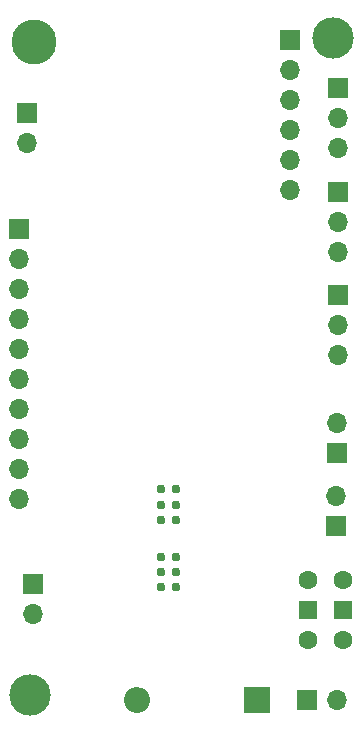
<source format=gbr>
%TF.GenerationSoftware,KiCad,Pcbnew,8.0.2-1*%
%TF.CreationDate,2025-02-04T18:40:10-06:00*%
%TF.ProjectId,ADACHI,41444143-4849-42e6-9b69-6361645f7063,rev?*%
%TF.SameCoordinates,Original*%
%TF.FileFunction,Soldermask,Bot*%
%TF.FilePolarity,Negative*%
%FSLAX46Y46*%
G04 Gerber Fmt 4.6, Leading zero omitted, Abs format (unit mm)*
G04 Created by KiCad (PCBNEW 8.0.2-1) date 2025-02-04 18:40:10*
%MOMM*%
%LPD*%
G01*
G04 APERTURE LIST*
%ADD10R,1.700000X1.700000*%
%ADD11O,1.700000X1.700000*%
%ADD12C,2.600000*%
%ADD13C,3.500000*%
%ADD14R,1.500000X1.500000*%
%ADD15C,1.600000*%
%ADD16C,3.800000*%
%ADD17C,0.770000*%
%ADD18R,2.200000X2.200000*%
%ADD19O,2.200000X2.200000*%
G04 APERTURE END LIST*
D10*
%TO.C,J2*%
X148100000Y-98420000D03*
D11*
X148100000Y-100960000D03*
X148100000Y-103500000D03*
X148100000Y-106040000D03*
X148100000Y-108580000D03*
X148100000Y-111120000D03*
%TD*%
D10*
%TO.C,xt30*%
X149525000Y-154300000D03*
D11*
X152065000Y-154300000D03*
%TD*%
D12*
%TO.C,H4*%
X126100000Y-153900000D03*
D13*
X126100000Y-153900000D03*
%TD*%
D10*
%TO.C,voltajesensores1*%
X125800000Y-104625000D03*
D11*
X125800000Y-107165000D03*
%TD*%
D10*
%TO.C,servo2*%
X152100000Y-111360000D03*
D11*
X152100000Y-113900000D03*
X152100000Y-116440000D03*
%TD*%
D10*
%TO.C,sensores1*%
X125100000Y-114480000D03*
D11*
X125100000Y-117020000D03*
X125100000Y-119560000D03*
X125100000Y-122100000D03*
X125100000Y-124640000D03*
X125100000Y-127180000D03*
X125100000Y-129720000D03*
X125100000Y-132260000D03*
X125100000Y-134800000D03*
X125100000Y-137340000D03*
%TD*%
D12*
%TO.C,H1*%
X151700000Y-98300000D03*
D13*
X151700000Y-98300000D03*
%TD*%
D14*
%TO.C,negativo1*%
X152600000Y-146740000D03*
D15*
X152600000Y-144200000D03*
X152600000Y-149280000D03*
%TD*%
D12*
%TO.C,H2*%
X126400000Y-98600000D03*
D16*
X126400000Y-98600000D03*
%TD*%
D14*
%TO.C,positivo1*%
X149600000Y-146740000D03*
D15*
X149600000Y-144200000D03*
X149600000Y-149280000D03*
%TD*%
D10*
%TO.C,conectormotor1*%
X152075000Y-133450000D03*
D11*
X152075000Y-130910000D03*
%TD*%
D17*
%TO.C,driver1*%
X137125000Y-136505000D03*
X137125000Y-137805000D03*
X137125000Y-139105000D03*
X138425000Y-136505000D03*
X138425000Y-137805000D03*
X138425000Y-139105000D03*
%TD*%
D10*
%TO.C,arrancador1*%
X152100000Y-120075000D03*
D11*
X152100000Y-122615000D03*
X152100000Y-125155000D03*
%TD*%
D10*
%TO.C,servo1*%
X152100000Y-102560000D03*
D11*
X152100000Y-105100000D03*
X152100000Y-107640000D03*
%TD*%
D17*
%TO.C,driver2*%
X137125000Y-142195000D03*
X137125000Y-143495000D03*
X137125000Y-144795000D03*
X138425000Y-142195000D03*
X138425000Y-143495000D03*
X138425000Y-144795000D03*
%TD*%
D10*
%TO.C,conectormotor2*%
X151975000Y-139640000D03*
D11*
X151975000Y-137100000D03*
%TD*%
D10*
%TO.C,voltajesensores2*%
X126300000Y-144500000D03*
D11*
X126300000Y-147040000D03*
%TD*%
D18*
%TO.C,D3*%
X145305000Y-154300000D03*
D19*
X135145000Y-154300000D03*
%TD*%
M02*

</source>
